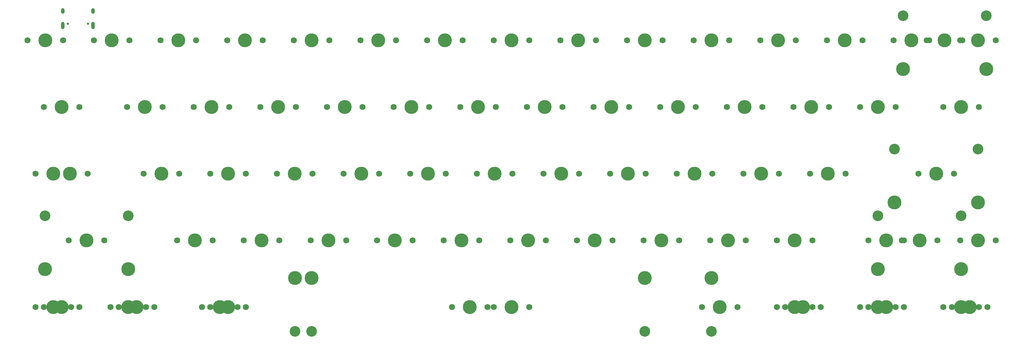
<source format=gbr>
G04 #@! TF.GenerationSoftware,KiCad,Pcbnew,(5.1.10)-1*
G04 #@! TF.CreationDate,2021-11-03T16:41:44+11:00*
G04 #@! TF.ProjectId,x60,7836302e-6b69-4636-9164-5f7063625858,rev?*
G04 #@! TF.SameCoordinates,Original*
G04 #@! TF.FileFunction,Soldermask,Top*
G04 #@! TF.FilePolarity,Negative*
%FSLAX46Y46*%
G04 Gerber Fmt 4.6, Leading zero omitted, Abs format (unit mm)*
G04 Created by KiCad (PCBNEW (5.1.10)-1) date 2021-11-03 16:41:44*
%MOMM*%
%LPD*%
G01*
G04 APERTURE LIST*
%ADD10C,3.987800*%
%ADD11C,1.750000*%
%ADD12O,1.000000X2.100000*%
%ADD13C,0.650000*%
%ADD14O,1.000000X1.600000*%
%ADD15C,3.048000*%
G04 APERTURE END LIST*
D10*
X88894400Y-128579400D03*
D11*
X83814400Y-128579400D03*
X93974400Y-128579400D03*
D10*
X107870900Y-128588900D03*
D11*
X102790900Y-128588900D03*
X112950900Y-128588900D03*
D12*
X102570900Y-124396400D03*
X93930900Y-124396400D03*
D13*
X95360900Y-123866400D03*
D14*
X93930900Y-120216400D03*
D13*
X101140900Y-123866400D03*
D14*
X102570900Y-120216400D03*
D10*
X210264650Y-204788900D03*
D11*
X205184650Y-204788900D03*
X215344650Y-204788900D03*
D15*
X160264750Y-211773900D03*
X260264550Y-211773900D03*
D10*
X160264750Y-196533900D03*
X260264550Y-196533900D03*
X222170900Y-204788900D03*
D11*
X217090900Y-204788900D03*
X227250900Y-204788900D03*
D15*
X165020900Y-211773900D03*
X279320900Y-211773900D03*
D10*
X165020900Y-196533900D03*
X279320900Y-196533900D03*
X169864650Y-185738900D03*
D11*
X164784650Y-185738900D03*
X174944650Y-185738900D03*
D10*
X188833400Y-185738900D03*
D11*
X183753400Y-185738900D03*
X193913400Y-185738900D03*
D10*
X91202150Y-204788900D03*
D11*
X86122150Y-204788900D03*
X96282150Y-204788900D03*
D10*
X350758400Y-204788900D03*
D11*
X345678400Y-204788900D03*
X355838400Y-204788900D03*
D10*
X305514650Y-204788900D03*
D11*
X300434650Y-204788900D03*
X310594650Y-204788900D03*
D10*
X303133400Y-204788900D03*
D11*
X298053400Y-204788900D03*
X308213400Y-204788900D03*
D10*
X141208400Y-204788900D03*
D11*
X136128400Y-204788900D03*
X146288400Y-204788900D03*
D10*
X112633400Y-204788900D03*
D11*
X107553400Y-204788900D03*
X117713400Y-204788900D03*
D10*
X93583400Y-204788900D03*
D11*
X88503400Y-204788900D03*
X98663400Y-204788900D03*
D10*
X329327150Y-185738900D03*
D11*
X324247150Y-185738900D03*
X334407150Y-185738900D03*
D10*
X91202150Y-166688900D03*
D11*
X86122150Y-166688900D03*
X96282150Y-166688900D03*
D10*
X336470900Y-128588900D03*
D11*
X331390900Y-128588900D03*
X341550900Y-128588900D03*
D10*
X353139650Y-204788900D03*
D11*
X348059650Y-204788900D03*
X358219650Y-204788900D03*
D10*
X329327150Y-204788900D03*
D11*
X324247150Y-204788900D03*
X334407150Y-204788900D03*
D10*
X326945900Y-204788900D03*
D11*
X321865900Y-204788900D03*
X332025900Y-204788900D03*
D10*
X281702150Y-204788900D03*
D11*
X276622150Y-204788900D03*
X286782150Y-204788900D03*
D10*
X138827150Y-204788900D03*
D11*
X133747150Y-204788900D03*
X143907150Y-204788900D03*
D10*
X115014650Y-204788900D03*
D11*
X109934650Y-204788900D03*
X120094650Y-204788900D03*
D10*
X355520900Y-185738900D03*
D11*
X350440900Y-185738900D03*
X360600900Y-185738900D03*
D10*
X338852150Y-185738900D03*
D11*
X333772150Y-185738900D03*
X343932150Y-185738900D03*
D15*
X326945900Y-178753900D03*
X350758400Y-178753900D03*
D10*
X326945900Y-193993900D03*
X350758400Y-193993900D03*
X303133400Y-185738900D03*
D11*
X298053400Y-185738900D03*
X308213400Y-185738900D03*
D10*
X284083400Y-185738900D03*
D11*
X279003400Y-185738900D03*
X289163400Y-185738900D03*
D10*
X265033400Y-185738900D03*
D11*
X259953400Y-185738900D03*
X270113400Y-185738900D03*
D10*
X245983400Y-185738900D03*
D11*
X240903400Y-185738900D03*
X251063400Y-185738900D03*
D10*
X226933400Y-185738900D03*
D11*
X221853400Y-185738900D03*
X232013400Y-185738900D03*
D10*
X207883400Y-185738900D03*
D11*
X202803400Y-185738900D03*
X212963400Y-185738900D03*
D10*
X150733400Y-185738900D03*
D11*
X145653400Y-185738900D03*
X155813400Y-185738900D03*
D10*
X131683400Y-185738900D03*
D11*
X126603400Y-185738900D03*
X136763400Y-185738900D03*
D10*
X100727150Y-185738900D03*
D11*
X95647150Y-185738900D03*
X105807150Y-185738900D03*
D15*
X88820900Y-178753900D03*
X112633400Y-178753900D03*
D10*
X88820900Y-193993900D03*
X112633400Y-193993900D03*
X343614650Y-166688900D03*
D11*
X338534650Y-166688900D03*
X348694650Y-166688900D03*
D15*
X331708400Y-159703900D03*
X355520900Y-159703900D03*
D10*
X331708400Y-174943900D03*
X355520900Y-174943900D03*
X312658400Y-166688900D03*
D11*
X307578400Y-166688900D03*
X317738400Y-166688900D03*
D10*
X293608400Y-166688900D03*
D11*
X288528400Y-166688900D03*
X298688400Y-166688900D03*
D10*
X274558400Y-166688900D03*
D11*
X269478400Y-166688900D03*
X279638400Y-166688900D03*
D10*
X255508400Y-166688900D03*
D11*
X250428400Y-166688900D03*
X260588400Y-166688900D03*
D10*
X236458400Y-166688900D03*
D11*
X231378400Y-166688900D03*
X241538400Y-166688900D03*
D10*
X217408400Y-166688900D03*
D11*
X212328400Y-166688900D03*
X222488400Y-166688900D03*
D10*
X198358400Y-166688900D03*
D11*
X193278400Y-166688900D03*
X203438400Y-166688900D03*
D10*
X179308400Y-166688900D03*
D11*
X174228400Y-166688900D03*
X184388400Y-166688900D03*
D10*
X160258400Y-166688900D03*
D11*
X155178400Y-166688900D03*
X165338400Y-166688900D03*
D10*
X141208400Y-166688900D03*
D11*
X136128400Y-166688900D03*
X146288400Y-166688900D03*
D10*
X122158400Y-166688900D03*
D11*
X117078400Y-166688900D03*
X127238400Y-166688900D03*
D10*
X95964650Y-166688900D03*
D11*
X90884650Y-166688900D03*
X101044650Y-166688900D03*
D10*
X350758400Y-147638900D03*
D11*
X345678400Y-147638900D03*
X355838400Y-147638900D03*
D10*
X326945900Y-147638900D03*
D11*
X321865900Y-147638900D03*
X332025900Y-147638900D03*
D10*
X307895900Y-147638900D03*
D11*
X302815900Y-147638900D03*
X312975900Y-147638900D03*
D10*
X288845900Y-147638900D03*
D11*
X283765900Y-147638900D03*
X293925900Y-147638900D03*
D10*
X269795900Y-147638900D03*
D11*
X264715900Y-147638900D03*
X274875900Y-147638900D03*
D10*
X250745900Y-147638900D03*
D11*
X245665900Y-147638900D03*
X255825900Y-147638900D03*
D10*
X231695900Y-147638900D03*
D11*
X226615900Y-147638900D03*
X236775900Y-147638900D03*
D10*
X212645900Y-147638900D03*
D11*
X207565900Y-147638900D03*
X217725900Y-147638900D03*
D10*
X193595900Y-147638900D03*
D11*
X188515900Y-147638900D03*
X198675900Y-147638900D03*
D10*
X174545900Y-147638900D03*
D11*
X169465900Y-147638900D03*
X179625900Y-147638900D03*
D10*
X155495900Y-147638900D03*
D11*
X150415900Y-147638900D03*
X160575900Y-147638900D03*
D10*
X136445900Y-147638900D03*
D11*
X131365900Y-147638900D03*
X141525900Y-147638900D03*
D10*
X117395900Y-147638900D03*
D11*
X112315900Y-147638900D03*
X122475900Y-147638900D03*
D10*
X93583400Y-147638900D03*
D11*
X88503400Y-147638900D03*
X98663400Y-147638900D03*
D10*
X355520900Y-128588900D03*
D11*
X350440900Y-128588900D03*
X360600900Y-128588900D03*
D10*
X345995900Y-128588900D03*
D11*
X340915900Y-128588900D03*
X351075900Y-128588900D03*
D15*
X334089650Y-121603900D03*
X357902150Y-121603900D03*
D10*
X334089650Y-136843900D03*
X357902150Y-136843900D03*
X317420900Y-128588900D03*
D11*
X312340900Y-128588900D03*
X322500900Y-128588900D03*
D10*
X298370900Y-128588900D03*
D11*
X293290900Y-128588900D03*
X303450900Y-128588900D03*
D10*
X279320900Y-128588900D03*
D11*
X274240900Y-128588900D03*
X284400900Y-128588900D03*
D10*
X260270900Y-128588900D03*
D11*
X255190900Y-128588900D03*
X265350900Y-128588900D03*
D10*
X241220900Y-128588900D03*
D11*
X236140900Y-128588900D03*
X246300900Y-128588900D03*
D10*
X222170900Y-128588900D03*
D11*
X217090900Y-128588900D03*
X227250900Y-128588900D03*
D10*
X203120900Y-128588900D03*
D11*
X198040900Y-128588900D03*
X208200900Y-128588900D03*
D10*
X184070900Y-128588900D03*
D11*
X178990900Y-128588900D03*
X189150900Y-128588900D03*
D10*
X165020900Y-128588900D03*
D11*
X159940900Y-128588900D03*
X170100900Y-128588900D03*
D10*
X145970900Y-128588900D03*
D11*
X140890900Y-128588900D03*
X151050900Y-128588900D03*
D10*
X126920900Y-128588900D03*
D11*
X121840900Y-128588900D03*
X132000900Y-128588900D03*
M02*

</source>
